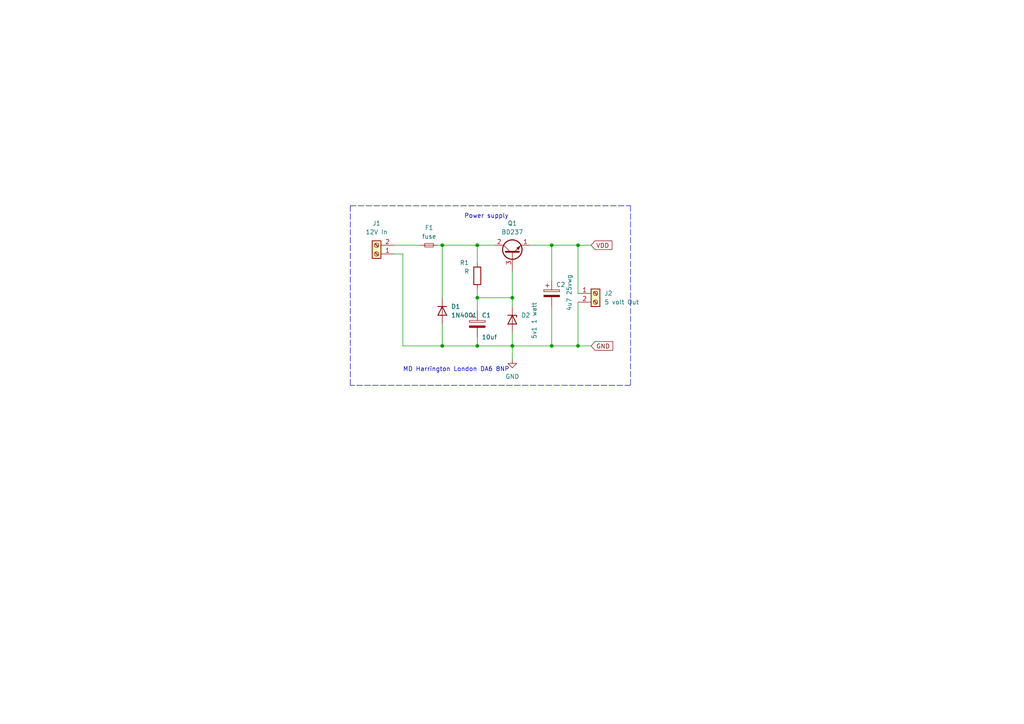
<source format=kicad_sch>
(kicad_sch (version 20211123) (generator eeschema)
  (paper "A4")
  (lib_symbols
    (symbol "Connector:Screw_Terminal_01x02" (pin_names (offset 1.016) hide)
      (property "Reference" "J" (at 0 2.54 0))
      (property "Value" "Screw_Terminal_01x02" (at 0 -5.08 0))
      (symbol "Screw_Terminal_01x02_1_1"
        (rectangle (start -1.27 1.27) (end 1.27 -3.81) (stroke (width 0.254)) (fill (type background)))
        (circle (center 0 -2.54) (radius 0.635) (stroke (width 0.1524)))
        (polyline (pts (xy -0.5334 -2.2098) (xy 0.3302 -3.048)) (stroke (width 0.1524)))
        (polyline (pts (xy -0.5334 0.3302) (xy 0.3302 -0.508)) (stroke (width 0.1524)))
        (polyline (pts (xy -0.3556 -2.032) (xy 0.508 -2.8702)) (stroke (width 0.1524)))
        (polyline (pts (xy -0.3556 0.508) (xy 0.508 -0.3302)) (stroke (width 0.1524)))
        (circle (center 0 0) (radius 0.635) (stroke (width 0.1524)))
        (pin passive line (at -5.08 0 0) (length 3.81) (name "Pin_1") (number "1"))
        (pin passive line (at -5.08 -2.54 0) (length 3.81) (name "Pin_2") (number "2"))
      )
    )
    (symbol "Device:C_Polarized" (pin_numbers hide) (pin_names (offset 0.254))
      (property "Reference" "C" (at 0.635 2.54 0))
      (property "Value" "C_Polarized" (at 0.635 -2.54 0))
      (symbol "C_Polarized_0_1"
        (rectangle (start -2.286 0.508) (end 2.286 1.016))
        (polyline (pts (xy -1.778 2.286) (xy -0.762 2.286)))
        (polyline (pts (xy -1.27 2.794) (xy -1.27 1.778)))
        (rectangle (start 2.286 -0.508) (end -2.286 -1.016) (fill (type outline)))
      )
      (symbol "C_Polarized_1_1"
        (pin passive line (at 0 3.81 270) (length 2.794) (name "~") (number "1"))
        (pin passive line (at 0 -3.81 90) (length 2.794) (name "~") (number "2"))
      )
    )
    (symbol "Device:D_Zener" (pin_numbers hide) (pin_names (offset 1.016) hide)
      (property "Reference" "D" (at 0 2.54 0))
      (property "Value" "D_Zener" (at 0 -2.54 0))
      (symbol "D_Zener_0_1"
        (polyline (pts (xy 1.27 0) (xy -1.27 0)))
        (polyline (pts (xy -1.27 -1.27) (xy -1.27 1.27) (xy -0.762 1.27)) (stroke (width 0.254)))
        (polyline (pts (xy 1.27 -1.27) (xy 1.27 1.27) (xy -1.27 0) (xy 1.27 -1.27)) (stroke (width 0.254)))
      )
      (symbol "D_Zener_1_1"
        (pin passive line (at -3.81 0 0) (length 2.54) (name "K") (number "1"))
        (pin passive line (at 3.81 0 180) (length 2.54) (name "A") (number "2"))
      )
    )
    (symbol "Device:Fuse_Small" (pin_numbers hide) (pin_names (offset 0.254) hide)
      (property "Reference" "F" (at 0 -1.524 0))
      (property "Value" "Fuse_Small" (at 0 1.524 0))
      (symbol "Fuse_Small_0_1"
        (rectangle (start -1.27 0.508) (end 1.27 -0.508))
        (polyline (pts (xy -1.27 0) (xy 1.27 0)))
      )
      (symbol "Fuse_Small_1_1"
        (pin passive line (at -2.54 0 0) (length 1.27) (name "~") (number "1"))
        (pin passive line (at 2.54 0 180) (length 1.27) (name "~") (number "2"))
      )
    )
    (symbol "Device:R" (pin_numbers hide) (pin_names (offset 0))
      (property "Reference" "R" (at 2.032 0 90))
      (property "Value" "R" (at 0 0 90))
      (symbol "R_0_1"
        (rectangle (start -1.016 -2.54) (end 1.016 2.54) (stroke (width 0.254)))
      )
      (symbol "R_1_1"
        (pin passive line (at 0 3.81 270) (length 1.27) (name "~") (number "1"))
        (pin passive line (at 0 -3.81 90) (length 1.27) (name "~") (number "2"))
      )
    )
    (symbol "Diode:1N4001" (pin_numbers hide) (pin_names hide)
      (property "Reference" "D" (at 0 2.54 0))
      (property "Value" "1N4001" (at 0 -2.54 0))
      (symbol "1N4001_0_1"
        (polyline (pts (xy -1.27 1.27) (xy -1.27 -1.27)) (stroke (width 0.254)))
        (polyline (pts (xy 1.27 0) (xy -1.27 0)))
        (polyline (pts (xy 1.27 1.27) (xy 1.27 -1.27) (xy -1.27 0) (xy 1.27 1.27)) (stroke (width 0.254)))
      )
      (symbol "1N4001_1_1"
        (pin passive line (at -3.81 0 0) (length 2.54) (name "K") (number "1"))
        (pin passive line (at 3.81 0 180) (length 2.54) (name "A") (number "2"))
      )
    )
    (symbol "Transistor_BJT:BD237" (pin_names (offset 0) hide)
      (property "Reference" "Q" (at 5.08 1.905 0))
      (property "Value" "BD237" (at 5.08 0 0))
      (symbol "BD237_0_1"
        (polyline (pts (xy 0 0) (xy 0.635 0)))
        (polyline (pts (xy 2.54 -2.54) (xy 0.635 -0.635)))
        (polyline (pts (xy 2.54 2.54) (xy 0.635 0.635)))
        (polyline (pts (xy 0.635 1.905) (xy 0.635 -1.905) (xy 0.635 -1.905)) (stroke (width 0.508)) (fill (type outline)))
        (polyline (pts (xy 1.2446 -1.778) (xy 1.7526 -1.27) (xy 2.286 -2.286) (xy 1.2446 -1.778) (xy 1.2446 -1.778)) (fill (type outline)))
        (circle (center 1.27 0) (radius 2.8194) (stroke (width 0.3048)))
      )
      (symbol "BD237_1_1"
        (pin passive line (at 2.54 -5.08 90) (length 2.54) (name "E") (number "1"))
        (pin passive line (at 2.54 5.08 270) (length 2.54) (name "C") (number "2"))
        (pin input line (at -5.08 0 0) (length 5.08) (name "B") (number "3"))
      )
    )
    (symbol "power:GND" (power) (pin_names (offset 0))
      (property "Value" "GND" (at 0 -3.81 0))
      (symbol "GND_0_1"
        (polyline (pts (xy 0 0) (xy 0 -1.27) (xy 1.27 -1.27) (xy 0 -2.54) (xy -1.27 -1.27) (xy 0 -1.27)))
      )
      (symbol "GND_1_1"
        (pin power_in line (at 0 0 270) (length 0) hide (name "GND") (number "1"))
      )
    )
  )
  (junction (at 167.64 71.12))
  (junction (at 167.64 100.33))
  (junction (at 128.27 100.33))
  (junction (at 138.43 71.12))
  (junction (at 160.02 100.33))
  (junction (at 128.27 71.12))
  (junction (at 138.43 86.36))
  (junction (at 148.59 86.36))
  (junction (at 148.59 100.33))
  (junction (at 160.02 71.12))
  (junction (at 138.43 100.33))
  (wire (pts (xy 148.59 100.33) (xy 148.59 104.14)))
  (wire (pts (xy 167.64 87.63) (xy 167.64 100.33)))
  (wire (pts (xy 138.43 86.36) (xy 148.59 86.36)))
  (wire (pts (xy 160.02 88.9) (xy 160.02 100.33)))
  (wire (pts (xy 138.43 90.17) (xy 138.43 86.36)))
  (wire (pts (xy 114.3 71.12) (xy 121.92 71.12)))
  (polyline (pts (xy 182.88 59.69) (xy 182.88 111.76)))
  (wire (pts (xy 128.27 93.98) (xy 128.27 100.33)))
  (wire (pts (xy 138.43 100.33) (xy 148.59 100.33)))
  (polyline (pts (xy 101.6 59.69) (xy 182.88 59.69)))
  (wire (pts (xy 128.27 71.12) (xy 138.43 71.12)))
  (wire (pts (xy 128.27 100.33) (xy 138.43 100.33)))
  (wire (pts (xy 167.64 71.12) (xy 171.45 71.12)))
  (wire (pts (xy 148.59 78.74) (xy 148.59 86.36)))
  (wire (pts (xy 138.43 71.12) (xy 138.43 76.2)))
  (wire (pts (xy 116.84 100.33) (xy 128.27 100.33)))
  (wire (pts (xy 116.84 73.66) (xy 116.84 100.33)))
  (wire (pts (xy 143.51 71.12) (xy 138.43 71.12)))
  (wire (pts (xy 160.02 71.12) (xy 167.64 71.12)))
  (wire (pts (xy 160.02 81.28) (xy 160.02 71.12)))
  (wire (pts (xy 114.3 73.66) (xy 116.84 73.66)))
  (wire (pts (xy 148.59 86.36) (xy 148.59 88.9)))
  (wire (pts (xy 138.43 97.79) (xy 138.43 100.33)))
  (wire (pts (xy 167.64 85.09) (xy 167.64 71.12)))
  (wire (pts (xy 138.43 83.82) (xy 138.43 86.36)))
  (polyline (pts (xy 101.6 59.69) (xy 101.6 111.76)))
  (wire (pts (xy 128.27 71.12) (xy 128.27 86.36)))
  (wire (pts (xy 167.64 100.33) (xy 171.45 100.33)))
  (polyline (pts (xy 182.88 111.76) (xy 101.6 111.76)))
  (wire (pts (xy 127 71.12) (xy 128.27 71.12)))
  (wire (pts (xy 153.67 71.12) (xy 160.02 71.12)))
  (wire (pts (xy 148.59 96.52) (xy 148.59 100.33)))
  (wire (pts (xy 148.59 100.33) (xy 160.02 100.33)))
  (wire (pts (xy 160.02 100.33) (xy 167.64 100.33)))
  (text "MD Harrington London DA6 8NP" (at 116.84 107.95 0) (effects (font (size 1.27 1.27)) (justify left bottom)))
  (text "Power supply" (at 134.62 63.5 0) (effects (font (size 1.27 1.27)) (justify left bottom)))
  (global_label "VDD" (shape input) (at 171.45 71.12 0) (property "Intersheet References" "${INTERSHEET_REFS}" (effects hide)))
  (global_label "GND" (shape input) (at 171.45 100.33 0) (property "Intersheet References" "${INTERSHEET_REFS}" (effects hide)))
  (symbol (lib_id "Device:R") (at 138.43 80.01 0) (unit 1)
    (property "Reference" "R1" (at 133.35 76.2 0) (effects (justify left)))
    (property "Value" "R" (at 134.62 78.74 0) (effects (justify left)))
    (property "Footprint" "Resistor_THT:R_Axial_DIN0207_L6.3mm_D2.5mm_P10.16mm_Horizontal" (effects hide))
  )
  (symbol (lib_id "Device:C_Polarized") (at 160.02 85.09 0) (unit 1)
    (property "Reference" "C2" (at 161.29 82.55 0) (effects (justify left)))
    (property "Value" "4u7 25vwg" (at 165.1 90.17 90) (effects (justify left)))
    (property "Footprint" "Capacitor_THT:CP_Radial_D4.0mm_P1.50mm" (effects hide))
  )
  (symbol (lib_id "Device:Fuse_Small") (at 124.46 71.12 0) (unit 1)
    (property "Reference" "F1" (at 124.46 66.04 0))
    (property "Value" "fuse" (at 124.46 68.58 0))
    (property "Footprint" "Fuse:Fuseholder_Clip-5x20mm_Eaton_1A5601-01_Inline_P20.80x6.76mm_D1.70mm_Horizontal" (effects hide))
  )
  (symbol (lib_id "Connector:Screw_Terminal_01x02") (at 109.22 73.66 180) (unit 1)
    (property "Reference" "J1" (at 109.22 64.77 0))
    (property "Value" "12V In" (at 109.22 67.31 0))
    (property "Footprint" "TerminalBlock:TerminalBlock_bornier-2_P5.08mm" (effects hide))
  )
  (symbol (lib_id "Device:D_Zener") (at 148.59 92.71 270) (unit 1)
    (property "Reference" "D2" (at 151.13 91.4399 90) (effects (justify left)))
    (property "Value" "5v1 1 watt" (at 154.94 87.63 0) (effects (justify left)))
    (property "Footprint" "Diode_THT:D_A-405_P7.62mm_Horizontal" (effects hide))
  )
  (symbol (lib_id "Connector:Screw_Terminal_01x02") (at 172.72 85.09 0) (unit 1)
    (property "Reference" "J2" (at 175.26 85.0899 0) (effects (justify left)))
    (property "Value" "5 volt Out" (at 175.26 87.6299 0) (effects (justify left)))
    (property "Footprint" "TerminalBlock:TerminalBlock_bornier-2_P5.08mm" (effects hide))
  )
  (symbol (lib_id "Device:C_Polarized") (at 138.43 93.98 0) (unit 1)
    (property "Reference" "C1" (at 139.7 91.44 0) (effects (justify left)))
    (property "Value" "10uf " (at 139.7 97.79 0) (effects (justify left)))
    (property "Footprint" "Capacitor_THT:CP_Radial_D4.0mm_P1.50mm" (effects hide))
  )
  (symbol (lib_id "Diode:1N4001") (at 128.27 90.17 270) (unit 1)
    (property "Reference" "D1" (at 130.81 88.8999 90) (effects (justify left)))
    (property "Value" "1N4001" (at 130.81 91.4399 90) (effects (justify left)))
    (property "Footprint" "Diode_THT:D_DO-41_SOD81_P7.62mm_Horizontal" (effects hide))
    (property "Datasheet" "http://www.vishay.com/docs/88503/1n4001.pdf" (effects hide))
  )
  (symbol (lib_id "Transistor_BJT:BD237") (at 148.59 73.66 90) (unit 1)
    (property "Reference" "Q1" (at 148.59 64.77 90))
    (property "Value" "BD237" (at 148.59 67.31 90))
    (property "Footprint" "Package_TO_SOT_THT:TO-126-3_Vertical" (effects hide))
    (property "Datasheet" "https://media.digikey.com/pdf/Data%20Sheets/Micro%20Commercial%20PDFs/BD233,235,237.pdf" (effects hide))
  )
  (symbol (lib_id "power:GND") (at 148.59 104.14 0) (unit 1)
    (property "Reference" "#PWR01" (effects hide))
    (property "Value" "GND" (at 148.59 109.22 0))
  )
)
</source>
